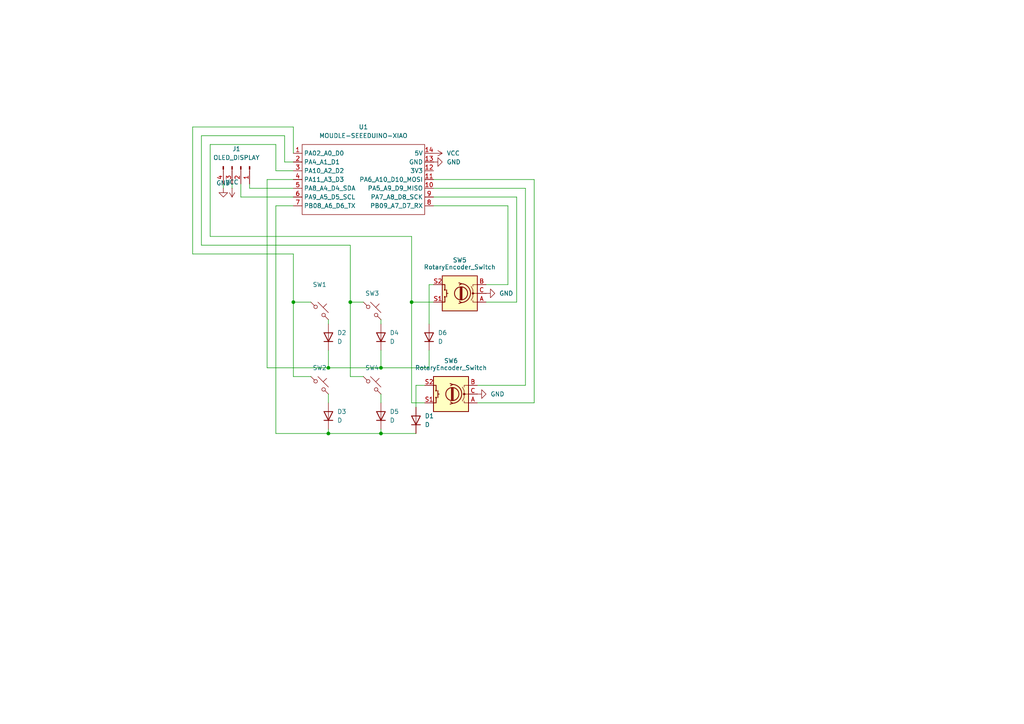
<source format=kicad_sch>
(kicad_sch (version 20231120) (generator "eeschema") (generator_version "8.0")
  (paper "A4")
  (lib_symbols
    (symbol "Connector:Conn_01x04_Pin" (pin_names (offset 1.016) hide)
      (property "Reference" "J" (at 0 5.08 0))
      (property "Value" "Conn_01x04_Pin" (at 0 -7.62 0))
      (symbol "Conn_01x04_Pin_1_1"
        (polyline (pts (xy 1.27 -5.08) (xy 0.8636 -5.08)) (stroke (width 0.1524)))
        (polyline (pts (xy 1.27 -2.54) (xy 0.8636 -2.54)) (stroke (width 0.1524)))
        (polyline (pts (xy 1.27 0) (xy 0.8636 0)) (stroke (width 0.1524)))
        (polyline (pts (xy 1.27 2.54) (xy 0.8636 2.54)) (stroke (width 0.1524)))
        (rectangle (start 0.8636 -4.953) (end 0 -5.207) (stroke (width 0.1524)) (fill (type outline)))
        (rectangle (start 0.8636 -2.413) (end 0 -2.667) (stroke (width 0.1524)) (fill (type outline)))
        (rectangle (start 0.8636 0.127) (end 0 -0.127) (stroke (width 0.1524)) (fill (type outline)))
        (rectangle (start 0.8636 2.667) (end 0 2.413) (stroke (width 0.1524)) (fill (type outline)))
        (pin passive line (at 5.08 2.54 180) (length 3.81) (name "Pin_1") (number "1"))
        (pin passive line (at 5.08 0 180) (length 3.81) (name "Pin_2") (number "2"))
        (pin passive line (at 5.08 -2.54 180) (length 3.81) (name "Pin_3") (number "3"))
        (pin passive line (at 5.08 -5.08 180) (length 3.81) (name "Pin_4") (number "4"))
      )
    )
    (symbol "Device:D" (pin_numbers hide) (pin_names (offset 1.016) hide)
      (property "Reference" "D" (at 0 2.54 0))
      (property "Value" "D" (at 0 -2.54 0))
      (symbol "D_0_1"
        (polyline (pts (xy -1.27 1.27) (xy -1.27 -1.27)) (stroke (width 0.254)))
        (polyline (pts (xy 1.27 0) (xy -1.27 0)))
        (polyline (pts (xy 1.27 1.27) (xy 1.27 -1.27) (xy -1.27 0) (xy 1.27 1.27)) (stroke (width 0.254)))
      )
      (symbol "D_1_1"
        (pin passive line (at -3.81 0 0) (length 2.54) (name "K") (number "1"))
        (pin passive line (at 3.81 0 180) (length 2.54) (name "A") (number "2"))
      )
    )
    (symbol "Device:RotaryEncoder_Switch" (pin_names (offset 0.254) hide)
      (property "Reference" "SW" (at 0 6.604 0))
      (property "Value" "RotaryEncoder_Switch" (at 0 -6.604 0))
      (symbol "RotaryEncoder_Switch_0_1"
        (rectangle (start -5.08 5.08) (end 5.08 -5.08) (stroke (width 0.254)) (fill (type background)))
        (circle (center -3.81 0) (radius 0.254) (fill (type outline)))
        (circle (center -0.381 0) (radius 1.905) (stroke (width 0.254)))
        (arc (start -0.381 2.667) (mid -3.0988 -0.0635) (end -0.381 -2.794) (stroke (width 0.254)))
        (polyline (pts (xy -0.635 -1.778) (xy -0.635 1.778)) (stroke (width 0.254)))
        (polyline (pts (xy -0.381 -1.778) (xy -0.381 1.778)) (stroke (width 0.254)))
        (polyline (pts (xy -0.127 1.778) (xy -0.127 -1.778)) (stroke (width 0.254)))
        (polyline (pts (xy 3.81 0) (xy 3.429 0)) (stroke (width 0.254)))
        (polyline (pts (xy 3.81 1.016) (xy 3.81 -1.016)) (stroke (width 0.254)))
        (polyline (pts (xy -5.08 -2.54) (xy -3.81 -2.54) (xy -3.81 -2.032)))
        (polyline (pts (xy -5.08 2.54) (xy -3.81 2.54) (xy -3.81 2.032)))
        (polyline (pts (xy 0.254 -3.048) (xy -0.508 -2.794) (xy 0.127 -2.413)) (stroke (width 0.254)))
        (polyline (pts (xy 0.254 2.921) (xy -0.508 2.667) (xy 0.127 2.286)) (stroke (width 0.254)))
        (polyline (pts (xy 5.08 -2.54) (xy 4.318 -2.54) (xy 4.318 -1.016)) (stroke (width 0.254)))
        (polyline (pts (xy 5.08 2.54) (xy 4.318 2.54) (xy 4.318 1.016)) (stroke (width 0.254)))
        (polyline (pts (xy -5.08 0) (xy -3.81 0) (xy -3.81 -1.016) (xy -3.302 -2.032)))
        (polyline (pts (xy -4.318 0) (xy -3.81 0) (xy -3.81 1.016) (xy -3.302 2.032)))
        (circle (center 4.318 -1.016) (radius 0.127) (stroke (width 0.254)))
        (circle (center 4.318 1.016) (radius 0.127) (stroke (width 0.254)))
      )
      (symbol "RotaryEncoder_Switch_1_1"
        (pin passive line (at -7.62 2.54 0) (length 2.54) (name "A") (number "A"))
        (pin passive line (at -7.62 -2.54 0) (length 2.54) (name "B") (number "B"))
        (pin passive line (at -7.62 0 0) (length 2.54) (name "C") (number "C"))
        (pin passive line (at 7.62 2.54 180) (length 2.54) (name "S1") (number "S1"))
        (pin passive line (at 7.62 -2.54 180) (length 2.54) (name "S2") (number "S2"))
      )
    )
    (symbol "Switch:SW_Push_45deg" (pin_numbers hide) (pin_names (offset 1.016) hide)
      (property "Reference" "SW" (at 3.048 1.016 0))
      (property "Value" "SW_Push_45deg" (at 0 -3.81 0))
      (symbol "SW_Push_45deg_0_1"
        (circle (center -1.1684 1.1684) (radius 0.508))
        (polyline (pts (xy -0.508 2.54) (xy 2.54 -0.508)))
        (polyline (pts (xy 1.016 1.016) (xy 2.032 2.032)))
        (polyline (pts (xy -2.54 2.54) (xy -1.524 1.524) (xy -1.524 1.524)))
        (polyline (pts (xy 1.524 -1.524) (xy 2.54 -2.54) (xy 2.54 -2.54) (xy 2.54 -2.54)))
        (circle (center 1.143 -1.1938) (radius 0.508))
        (pin passive line (at -2.54 2.54 0) (length 0) (name "1") (number "1"))
        (pin passive line (at 2.54 -2.54 180) (length 0) (name "2") (number "2"))
      )
    )
    (symbol "XIAO_RP2040:MOUDLE-SEEEDUINO-XIAO"
      (property "Reference" "U" (at -16.51 11.43 0))
      (property "Value" "MOUDLE-SEEEDUINO-XIAO" (at -3.81 -11.43 0))
      (symbol "MOUDLE-SEEEDUINO-XIAO_0_1"
        (rectangle (start -16.51 10.16) (end 19.05 -10.16))
      )
      (symbol "MOUDLE-SEEEDUINO-XIAO_1_1"
        (pin passive line (at -19.05 7.62 0) (length 2.54) (name "PA02_A0_D0") (number "1"))
        (pin passive line (at 21.59 -2.54 180) (length 2.54) (name "PA5_A9_D9_MISO") (number "10"))
        (pin passive line (at 21.59 0 180) (length 2.54) (name "PA6_A10_D10_MOSI") (number "11"))
        (pin passive line (at 21.59 2.54 180) (length 2.54) (name "3V3") (number "12"))
        (pin passive line (at 21.59 5.08 180) (length 2.54) (name "GND") (number "13"))
        (pin passive line (at 21.59 7.62 180) (length 2.54) (name "5V") (number "14"))
        (pin passive line (at -19.05 5.08 0) (length 2.54) (name "PA4_A1_D1") (number "2"))
        (pin passive line (at -19.05 2.54 0) (length 2.54) (name "PA10_A2_D2") (number "3"))
        (pin passive line (at -19.05 0 0) (length 2.54) (name "PA11_A3_D3") (number "4"))
        (pin passive line (at -19.05 -2.54 0) (length 2.54) (name "PA8_A4_D4_SDA") (number "5"))
        (pin passive line (at -19.05 -5.08 0) (length 2.54) (name "PA9_A5_D5_SCL") (number "6"))
        (pin passive line (at -19.05 -7.62 0) (length 2.54) (name "PB08_A6_D6_TX") (number "7"))
        (pin passive line (at 21.59 -7.62 180) (length 2.54) (name "PB09_A7_D7_RX") (number "8"))
        (pin passive line (at 21.59 -5.08 180) (length 2.54) (name "PA7_A8_D8_SCK") (number "9"))
      )
    )
    (symbol "power:GND" (power) (pin_numbers hide) (pin_names (offset 0) hide)
      (property "Value" "GND" (at 0 -3.81 0))
      (symbol "GND_0_1"
        (polyline (pts (xy 0 0) (xy 0 -1.27) (xy 1.27 -1.27) (xy 0 -2.54) (xy -1.27 -1.27) (xy 0 -1.27)))
      )
      (symbol "GND_1_1"
        (pin power_in line (at 0 0 270) (length 0) (name "~") (number "1"))
      )
    )
    (symbol "power:VCC" (power) (pin_numbers hide) (pin_names (offset 0) hide)
      (property "Value" "VCC" (at 0 3.556 0))
      (symbol "VCC_0_1"
        (polyline (pts (xy -0.762 1.27) (xy 0 2.54)))
        (polyline (pts (xy 0 0) (xy 0 2.54)))
        (polyline (pts (xy 0 2.54) (xy 0.762 1.27)))
      )
      (symbol "VCC_1_1"
        (pin power_in line (at 0 0 90) (length 0) (name "~") (number "1"))
      )
    )
  )
  (junction (at 110.49 106.68))
  (junction (at 85.09 87.63))
  (junction (at 95.25 125.73))
  (junction (at 101.6 87.63))
  (junction (at 119.38 87.63))
  (junction (at 110.49 125.73))
  (junction (at 95.25 106.68))
  (wire (pts (xy 60.96 68.58) (xy 60.96 41.91)))
  (wire (pts (xy 82.55 46.99) (xy 85.09 46.99)))
  (wire (pts (xy 95.25 93.98) (xy 95.25 92.71)))
  (wire (pts (xy 147.32 59.69) (xy 147.32 82.55)))
  (wire (pts (xy 123.19 111.76) (xy 120.65 111.76)))
  (wire (pts (xy 110.49 92.71) (xy 110.49 93.98)))
  (wire (pts (xy 154.94 52.07) (xy 125.73 52.07)))
  (wire (pts (xy 77.47 106.68) (xy 95.25 106.68)))
  (wire (pts (xy 85.09 87.63) (xy 90.17 87.63)))
  (wire (pts (xy 125.73 82.55) (xy 124.46 82.55)))
  (wire (pts (xy 101.6 87.63) (xy 105.41 87.63)))
  (wire (pts (xy 85.09 109.22) (xy 90.17 109.22)))
  (wire (pts (xy 85.09 87.63) (xy 85.09 109.22)))
  (wire (pts (xy 138.43 111.76) (xy 152.4 111.76)))
  (wire (pts (xy 85.09 73.66) (xy 55.88 73.66)))
  (wire (pts (xy 152.4 54.61) (xy 125.73 54.61)))
  (wire (pts (xy 101.6 109.22) (xy 105.41 109.22)))
  (wire (pts (xy 95.25 101.6) (xy 95.25 106.68)))
  (wire (pts (xy 58.42 71.12) (xy 58.42 39.37)))
  (wire (pts (xy 110.49 125.73) (xy 110.49 124.46)))
  (wire (pts (xy 101.6 71.12) (xy 58.42 71.12)))
  (wire (pts (xy 152.4 111.76) (xy 152.4 54.61)))
  (wire (pts (xy 149.86 87.63) (xy 140.97 87.63)))
  (wire (pts (xy 120.65 125.73) (xy 110.49 125.73)))
  (wire (pts (xy 58.42 39.37) (xy 82.55 39.37)))
  (wire (pts (xy 119.38 68.58) (xy 60.96 68.58)))
  (wire (pts (xy 80.01 59.69) (xy 80.01 125.73)))
  (wire (pts (xy 138.43 116.84) (xy 154.94 116.84)))
  (wire (pts (xy 67.31 54.61) (xy 67.31 53.34)))
  (wire (pts (xy 110.49 101.6) (xy 110.49 106.68)))
  (wire (pts (xy 125.73 57.15) (xy 149.86 57.15)))
  (wire (pts (xy 95.25 124.46) (xy 95.25 125.73)))
  (wire (pts (xy 124.46 101.6) (xy 124.46 106.68)))
  (wire (pts (xy 77.47 52.07) (xy 77.47 106.68)))
  (wire (pts (xy 95.25 106.68) (xy 110.49 106.68)))
  (wire (pts (xy 69.85 57.15) (xy 85.09 57.15)))
  (wire (pts (xy 85.09 73.66) (xy 85.09 87.63)))
  (wire (pts (xy 64.77 54.61) (xy 64.77 53.34)))
  (wire (pts (xy 85.09 36.83) (xy 85.09 44.45)))
  (wire (pts (xy 147.32 82.55) (xy 140.97 82.55)))
  (wire (pts (xy 124.46 82.55) (xy 124.46 93.98)))
  (wire (pts (xy 119.38 116.84) (xy 123.19 116.84)))
  (wire (pts (xy 55.88 73.66) (xy 55.88 36.83)))
  (wire (pts (xy 80.01 41.91) (xy 80.01 49.53)))
  (wire (pts (xy 101.6 71.12) (xy 101.6 87.63)))
  (wire (pts (xy 124.46 106.68) (xy 110.49 106.68)))
  (wire (pts (xy 154.94 116.84) (xy 154.94 52.07)))
  (wire (pts (xy 80.01 125.73) (xy 95.25 125.73)))
  (wire (pts (xy 72.39 53.34) (xy 72.39 54.61)))
  (wire (pts (xy 95.25 116.84) (xy 95.25 114.3)))
  (wire (pts (xy 82.55 39.37) (xy 82.55 46.99)))
  (wire (pts (xy 60.96 41.91) (xy 80.01 41.91)))
  (wire (pts (xy 119.38 87.63) (xy 125.73 87.63)))
  (wire (pts (xy 55.88 36.83) (xy 85.09 36.83)))
  (wire (pts (xy 110.49 114.3) (xy 110.49 116.84)))
  (wire (pts (xy 80.01 49.53) (xy 85.09 49.53)))
  (wire (pts (xy 125.73 59.69) (xy 147.32 59.69)))
  (wire (pts (xy 119.38 68.58) (xy 119.38 87.63)))
  (wire (pts (xy 69.85 53.34) (xy 69.85 57.15)))
  (wire (pts (xy 72.39 54.61) (xy 85.09 54.61)))
  (wire (pts (xy 85.09 59.69) (xy 80.01 59.69)))
  (wire (pts (xy 101.6 87.63) (xy 101.6 109.22)))
  (wire (pts (xy 119.38 87.63) (xy 119.38 116.84)))
  (wire (pts (xy 149.86 57.15) (xy 149.86 87.63)))
  (wire (pts (xy 77.47 52.07) (xy 85.09 52.07)))
  (wire (pts (xy 120.65 111.76) (xy 120.65 118.11)))
  (wire (pts (xy 95.25 125.73) (xy 110.49 125.73)))
  (symbol (lib_id "Switch:SW_Push_45deg") (at 92.71 90.17 0) (unit 1)
    (property "Reference" "SW1" (at 92.71 82.55 0))
    (property "Value" "SW_Push_45deg" (effects (hide yes)))
    (property "Footprint" "Button_Switch_Keyboard:SW_Cherry_MX_1.00u_PCB" (effects (hide yes)))
    (property "Description" "Push button switch, normally open, two pins, 45° tilted" (effects (hide yes)))
  )
  (symbol (lib_id "power:GND") (at 140.97 85.09 90) (unit 1)
    (property "Reference" "#PWR01" (effects (hide yes)))
    (property "Value" "GND" (at 144.78 85.0899 90) (effects (justify right)))
    (property "Description" "Power symbol creates a global label with name \"GND\" , ground" (effects (hide yes)))
  )
  (symbol (lib_id "Device:RotaryEncoder_Switch") (at 130.81 114.3 180) (unit 1)
    (property "Reference" "SW6" (at 130.81 104.648 0))
    (property "Value" "RotaryEncoder_Switch" (at 130.81 106.68 0))
    (property "Footprint" "Rotary_Encoder:RotaryEncoder_Alps_EC11E-Switch_Vertical_H20mm" (effects (hide yes)))
    (property "Description" "Rotary encoder, dual channel, incremental quadrate outputs, with switch" (effects (hide yes)))
  )
  (symbol (lib_id "power:VCC") (at 125.73 44.45 270) (unit 1)
    (property "Reference" "#PWR09" (effects (hide yes)))
    (property "Value" "VCC" (at 129.54 44.4499 90) (effects (justify left)))
    (property "Description" "Power symbol creates a global label with name \"VCC\"" (effects (hide yes)))
  )
  (symbol (lib_id "Device:D") (at 120.65 121.92 90) (unit 1)
    (property "Reference" "D1" (at 123.19 120.6499 90) (effects (justify right)))
    (property "Value" "D" (at 123.19 123.1899 90) (effects (justify right)))
    (property "Footprint" "Diode_THT:D_DO-35_SOD27_P7.62mm_Horizontal" (effects (hide yes)))
    (property "Description" "Diode" (effects (hide yes)))
    (property "Sim.Device" "D" (effects (hide yes)))
    (property "Sim.Pins" "1=K 2=A" (effects (hide yes)))
  )
  (symbol (lib_id "Device:D") (at 124.46 97.79 90) (unit 1)
    (property "Reference" "D6" (at 127 96.5199 90) (effects (justify right)))
    (property "Value" "D" (at 127 99.0599 90) (effects (justify right)))
    (property "Footprint" "Diode_THT:D_DO-35_SOD27_P7.62mm_Horizontal" (effects (hide yes)))
    (property "Description" "Diode" (effects (hide yes)))
    (property "Sim.Device" "D" (effects (hide yes)))
    (property "Sim.Pins" "1=K 2=A" (effects (hide yes)))
  )
  (symbol (lib_id "Device:D") (at 110.49 97.79 90) (unit 1)
    (property "Reference" "D4" (at 113.03 96.5199 90) (effects (justify right)))
    (property "Value" "D" (at 113.03 99.0599 90) (effects (justify right)))
    (property "Footprint" "Diode_THT:D_DO-35_SOD27_P7.62mm_Horizontal" (effects (hide yes)))
    (property "Description" "Diode" (effects (hide yes)))
    (property "Sim.Device" "D" (effects (hide yes)))
    (property "Sim.Pins" "1=K 2=A" (effects (hide yes)))
  )
  (symbol (lib_id "Switch:SW_Push_45deg") (at 107.95 111.76 0) (unit 1)
    (property "Reference" "SW4" (at 107.95 106.68 0))
    (property "Value" "SW_Push_45deg" (effects (hide yes)))
    (property "Footprint" "Button_Switch_Keyboard:SW_Cherry_MX_1.00u_PCB" (effects (hide yes)))
    (property "Description" "Push button switch, normally open, two pins, 45° tilted" (effects (hide yes)))
  )
  (symbol (lib_id "Connector:Conn_01x04_Pin") (at 69.85 48.26 270) (unit 1)
    (property "Reference" "J1" (at 68.58 43.18 90))
    (property "Value" "OLED_DISPLAY" (at 68.58 45.72 90))
    (property "Footprint" "KiCad-SSD1306-0.91-OLED-4pin-128x32:SSD1306-0.91-OLED-4pin-128x32" (effects (hide yes)))
    (property "Description" "Generic connector, single row, 01x04, script generated" (effects (hide yes)))
  )
  (symbol (lib_id "power:GND") (at 64.77 54.61 0) (unit 1)
    (property "Reference" "#PWR07" (effects (hide yes)))
    (property "Value" "GND" (at 64.77 53.086 0))
    (property "Description" "Power symbol creates a global label with name \"GND\" , ground" (effects (hide yes)))
  )
  (symbol (lib_id "Device:RotaryEncoder_Switch") (at 133.35 85.09 180) (unit 1)
    (property "Reference" "SW5" (at 133.35 75.438 0))
    (property "Value" "RotaryEncoder_Switch" (at 133.35 77.47 0))
    (property "Footprint" "Rotary_Encoder:RotaryEncoder_Alps_EC11E-Switch_Vertical_H20mm" (effects (hide yes)))
    (property "Description" "Rotary encoder, dual channel, incremental quadrate outputs, with switch" (effects (hide yes)))
  )
  (symbol (lib_id "power:GND") (at 138.43 114.3 90) (unit 1)
    (property "Reference" "#PWR02" (effects (hide yes)))
    (property "Value" "GND" (at 142.24 114.2999 90) (effects (justify right)))
    (property "Description" "Power symbol creates a global label with name \"GND\" , ground" (effects (hide yes)))
  )
  (symbol (lib_id "Device:D") (at 95.25 97.79 90) (unit 1)
    (property "Reference" "D2" (at 97.79 96.5199 90) (effects (justify right)))
    (property "Value" "D" (at 97.79 99.0599 90) (effects (justify right)))
    (property "Footprint" "Diode_THT:D_DO-35_SOD27_P7.62mm_Horizontal" (effects (hide yes)))
    (property "Description" "Diode" (effects (hide yes)))
    (property "Sim.Device" "D" (effects (hide yes)))
    (property "Sim.Pins" "1=K 2=A" (effects (hide yes)))
  )
  (symbol (lib_id "Switch:SW_Push_45deg") (at 92.71 111.76 0) (unit 1)
    (property "Reference" "SW2" (at 92.71 106.68 0))
    (property "Value" "SW_Push_45deg" (effects (hide yes)))
    (property "Footprint" "Button_Switch_Keyboard:SW_Cherry_MX_1.00u_PCB" (effects (hide yes)))
    (property "Description" "Push button switch, normally open, two pins, 45° tilted" (effects (hide yes)))
  )
  (symbol (lib_id "power:VCC") (at 67.31 54.61 180) (unit 1)
    (property "Reference" "#PWR08" (effects (hide yes)))
    (property "Value" "VCC" (at 67.31 52.832 0))
    (property "Description" "Power symbol creates a global label with name \"VCC\"" (effects (hide yes)))
  )
  (symbol (lib_id "XIAO_RP2040:MOUDLE-SEEEDUINO-XIAO") (at 104.14 52.07 0) (unit 1)
    (property "Reference" "U1" (at 105.41 36.83 0))
    (property "Value" "MOUDLE-SEEEDUINO-XIAO" (at 105.41 39.37 0))
    (property "Footprint" "footprints:XIAO-Generic-Hybrid-14P-2.54-21X17.8MM" (effects (hide yes)))
  )
  (symbol (lib_id "Switch:SW_Push_45deg") (at 107.95 90.17 0) (unit 1)
    (property "Reference" "SW3" (at 107.95 85.09 0))
    (property "Value" "SW_Push_45deg" (effects (hide yes)))
    (property "Footprint" "Button_Switch_Keyboard:SW_Cherry_MX_1.00u_PCB" (effects (hide yes)))
    (property "Description" "Push button switch, normally open, two pins, 45° tilted" (effects (hide yes)))
  )
  (symbol (lib_id "Device:D") (at 95.25 120.65 90) (unit 1)
    (property "Reference" "D3" (at 97.79 119.3799 90) (effects (justify right)))
    (property "Value" "D" (at 97.79 121.9199 90) (effects (justify right)))
    (property "Footprint" "Diode_THT:D_DO-35_SOD27_P7.62mm_Horizontal" (effects (hide yes)))
    (property "Description" "Diode" (effects (hide yes)))
    (property "Sim.Device" "D" (effects (hide yes)))
    (property "Sim.Pins" "1=K 2=A" (effects (hide yes)))
  )
  (symbol (lib_id "Device:D") (at 110.49 120.65 90) (unit 1)
    (property "Reference" "D5" (at 113.03 119.3799 90) (effects (justify right)))
    (property "Value" "D" (at 113.03 121.9199 90) (effects (justify right)))
    (property "Footprint" "Diode_THT:D_DO-35_SOD27_P7.62mm_Horizontal" (effects (hide yes)))
    (property "Description" "Diode" (effects (hide yes)))
    (property "Sim.Device" "D" (effects (hide yes)))
    (property "Sim.Pins" "1=K 2=A" (effects (hide yes)))
  )
  (symbol (lib_id "power:GND") (at 125.73 46.99 90) (unit 1)
    (property "Reference" "#PWR03" (effects (hide yes)))
    (property "Value" "GND" (at 129.54 46.9899 90) (effects (justify right)))
    (property "Description" "Power symbol creates a global label with name \"GND\" , ground" (effects (hide yes)))
  )
)
</source>
